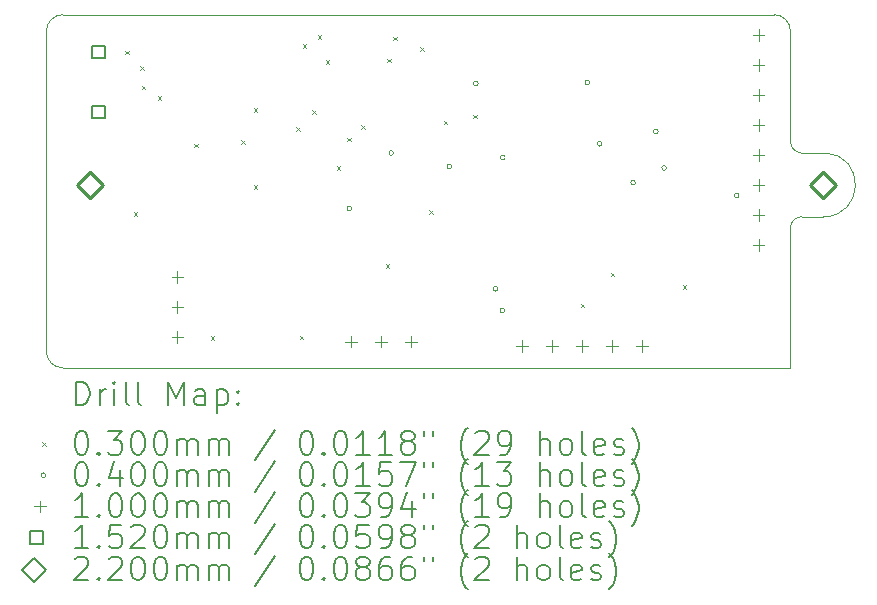
<source format=gbr>
%FSLAX45Y45*%
G04 Gerber Fmt 4.5, Leading zero omitted, Abs format (unit mm)*
G04 Created by KiCad (PCBNEW (6.0.1)) date 2023-03-06 20:27:35*
%MOMM*%
%LPD*%
G01*
G04 APERTURE LIST*
%TA.AperFunction,Profile*%
%ADD10C,0.100000*%
%TD*%
%ADD11C,0.200000*%
%ADD12C,0.030000*%
%ADD13C,0.040000*%
%ADD14C,0.100000*%
%ADD15C,0.152000*%
%ADD16C,0.220000*%
G04 APERTURE END LIST*
D10*
X4520000Y-8390000D02*
X10540332Y-8389668D01*
X4520000Y-8390000D02*
G75*
G03*
X4380000Y-8530000I332J-140332D01*
G01*
X10680332Y-8529668D02*
X10680000Y-9462218D01*
X10680000Y-9462218D02*
G75*
G03*
X10770000Y-9560000I98118J0D01*
G01*
X10680332Y-8529668D02*
G75*
G03*
X10540332Y-8389668I-140332J-332D01*
G01*
X10777782Y-10100000D02*
G75*
G03*
X10680000Y-10190000I0J-98118D01*
G01*
X4379668Y-11240332D02*
G75*
G03*
X4519668Y-11380332I140798J798D01*
G01*
X4380000Y-8530000D02*
X4379668Y-11240332D01*
X4519668Y-11380332D02*
X10680000Y-11380000D01*
X10770000Y-9560000D02*
X10970000Y-9560000D01*
X10680000Y-10190000D02*
X10680000Y-11380000D01*
X10960000Y-10100740D02*
G75*
G03*
X10970000Y-9560000I0J270462D01*
G01*
X10777782Y-10100000D02*
X10960000Y-10100740D01*
D11*
D12*
X5048000Y-8697000D02*
X5078000Y-8727000D01*
X5078000Y-8697000D02*
X5048000Y-8727000D01*
X5121000Y-10063000D02*
X5151000Y-10093000D01*
X5151000Y-10063000D02*
X5121000Y-10093000D01*
X5175000Y-8827000D02*
X5205000Y-8857000D01*
X5205000Y-8827000D02*
X5175000Y-8857000D01*
X5188000Y-8993000D02*
X5218000Y-9023000D01*
X5218000Y-8993000D02*
X5188000Y-9023000D01*
X5325000Y-9080000D02*
X5355000Y-9110000D01*
X5355000Y-9080000D02*
X5325000Y-9110000D01*
X5631000Y-9481000D02*
X5661000Y-9511000D01*
X5661000Y-9481000D02*
X5631000Y-9511000D01*
X5773000Y-11112000D02*
X5803000Y-11142000D01*
X5803000Y-11112000D02*
X5773000Y-11142000D01*
X6030000Y-9455000D02*
X6060000Y-9485000D01*
X6060000Y-9455000D02*
X6030000Y-9485000D01*
X6136000Y-9184000D02*
X6166000Y-9214000D01*
X6166000Y-9184000D02*
X6136000Y-9214000D01*
X6136000Y-9836000D02*
X6166000Y-9866000D01*
X6166000Y-9836000D02*
X6136000Y-9866000D01*
X6498000Y-9343000D02*
X6528000Y-9373000D01*
X6528000Y-9343000D02*
X6498000Y-9373000D01*
X6524000Y-11110000D02*
X6554000Y-11140000D01*
X6554000Y-11110000D02*
X6524000Y-11140000D01*
X6551000Y-8642000D02*
X6581000Y-8672000D01*
X6581000Y-8642000D02*
X6551000Y-8672000D01*
X6630000Y-9200000D02*
X6660000Y-9230000D01*
X6660000Y-9200000D02*
X6630000Y-9230000D01*
X6677000Y-8566000D02*
X6707000Y-8596000D01*
X6707000Y-8566000D02*
X6677000Y-8596000D01*
X6745000Y-8775000D02*
X6775000Y-8805000D01*
X6775000Y-8775000D02*
X6745000Y-8805000D01*
X6840000Y-9675000D02*
X6870000Y-9705000D01*
X6870000Y-9675000D02*
X6840000Y-9705000D01*
X6930000Y-9430000D02*
X6960000Y-9460000D01*
X6960000Y-9430000D02*
X6930000Y-9460000D01*
X7045000Y-9325000D02*
X7075000Y-9355000D01*
X7075000Y-9325000D02*
X7045000Y-9355000D01*
X7255000Y-10505000D02*
X7285000Y-10535000D01*
X7285000Y-10505000D02*
X7255000Y-10535000D01*
X7265000Y-8764000D02*
X7295000Y-8794000D01*
X7295000Y-8764000D02*
X7265000Y-8794000D01*
X7315000Y-8576000D02*
X7345000Y-8606000D01*
X7345000Y-8576000D02*
X7315000Y-8606000D01*
X7545000Y-8665000D02*
X7575000Y-8695000D01*
X7575000Y-8665000D02*
X7545000Y-8695000D01*
X7622000Y-10044000D02*
X7652000Y-10074000D01*
X7652000Y-10044000D02*
X7622000Y-10074000D01*
X7744000Y-9288000D02*
X7774000Y-9318000D01*
X7774000Y-9288000D02*
X7744000Y-9318000D01*
X7995000Y-9239000D02*
X8025000Y-9269000D01*
X8025000Y-9239000D02*
X7995000Y-9269000D01*
X8903000Y-10836000D02*
X8933000Y-10866000D01*
X8933000Y-10836000D02*
X8903000Y-10866000D01*
X9158000Y-10573000D02*
X9188000Y-10603000D01*
X9188000Y-10573000D02*
X9158000Y-10603000D01*
X9768000Y-10681000D02*
X9798000Y-10711000D01*
X9798000Y-10681000D02*
X9768000Y-10711000D01*
D13*
X6966000Y-10032000D02*
G75*
G03*
X6966000Y-10032000I-20000J0D01*
G01*
X7320000Y-9562000D02*
G75*
G03*
X7320000Y-9562000I-20000J0D01*
G01*
X7812000Y-9677000D02*
G75*
G03*
X7812000Y-9677000I-20000J0D01*
G01*
X8036000Y-8974000D02*
G75*
G03*
X8036000Y-8974000I-20000J0D01*
G01*
X8203000Y-10710000D02*
G75*
G03*
X8203000Y-10710000I-20000J0D01*
G01*
X8261000Y-10896000D02*
G75*
G03*
X8261000Y-10896000I-20000J0D01*
G01*
X8264000Y-9598000D02*
G75*
G03*
X8264000Y-9598000I-20000J0D01*
G01*
X8981000Y-8965000D02*
G75*
G03*
X8981000Y-8965000I-20000J0D01*
G01*
X9086000Y-9484000D02*
G75*
G03*
X9086000Y-9484000I-20000J0D01*
G01*
X9368000Y-9813000D02*
G75*
G03*
X9368000Y-9813000I-20000J0D01*
G01*
X9561000Y-9380000D02*
G75*
G03*
X9561000Y-9380000I-20000J0D01*
G01*
X9631000Y-9688000D02*
G75*
G03*
X9631000Y-9688000I-20000J0D01*
G01*
X10244000Y-9922000D02*
G75*
G03*
X10244000Y-9922000I-20000J0D01*
G01*
D14*
X5490000Y-10560000D02*
X5490000Y-10660000D01*
X5440000Y-10610000D02*
X5540000Y-10610000D01*
X5490000Y-10814000D02*
X5490000Y-10914000D01*
X5440000Y-10864000D02*
X5540000Y-10864000D01*
X5490000Y-11068000D02*
X5490000Y-11168000D01*
X5440000Y-11118000D02*
X5540000Y-11118000D01*
X6960000Y-11107500D02*
X6960000Y-11207500D01*
X6910000Y-11157500D02*
X7010000Y-11157500D01*
X7214000Y-11107500D02*
X7214000Y-11207500D01*
X7164000Y-11157500D02*
X7264000Y-11157500D01*
X7468000Y-11107500D02*
X7468000Y-11207500D01*
X7418000Y-11157500D02*
X7518000Y-11157500D01*
X8408000Y-11146000D02*
X8408000Y-11246000D01*
X8358000Y-11196000D02*
X8458000Y-11196000D01*
X8662000Y-11146000D02*
X8662000Y-11246000D01*
X8612000Y-11196000D02*
X8712000Y-11196000D01*
X8916000Y-11146000D02*
X8916000Y-11246000D01*
X8866000Y-11196000D02*
X8966000Y-11196000D01*
X9170000Y-11146000D02*
X9170000Y-11246000D01*
X9120000Y-11196000D02*
X9220000Y-11196000D01*
X9424000Y-11146000D02*
X9424000Y-11246000D01*
X9374000Y-11196000D02*
X9474000Y-11196000D01*
X10410000Y-8510000D02*
X10410000Y-8610000D01*
X10360000Y-8560000D02*
X10460000Y-8560000D01*
X10410000Y-8764000D02*
X10410000Y-8864000D01*
X10360000Y-8814000D02*
X10460000Y-8814000D01*
X10410000Y-9018000D02*
X10410000Y-9118000D01*
X10360000Y-9068000D02*
X10460000Y-9068000D01*
X10410000Y-9272000D02*
X10410000Y-9372000D01*
X10360000Y-9322000D02*
X10460000Y-9322000D01*
X10410000Y-9526000D02*
X10410000Y-9626000D01*
X10360000Y-9576000D02*
X10460000Y-9576000D01*
X10410000Y-9780000D02*
X10410000Y-9880000D01*
X10360000Y-9830000D02*
X10460000Y-9830000D01*
X10410000Y-10034000D02*
X10410000Y-10134000D01*
X10360000Y-10084000D02*
X10460000Y-10084000D01*
X10410000Y-10288000D02*
X10410000Y-10388000D01*
X10360000Y-10338000D02*
X10460000Y-10338000D01*
D15*
X4873741Y-8759741D02*
X4873741Y-8652259D01*
X4766259Y-8652259D01*
X4766259Y-8759741D01*
X4873741Y-8759741D01*
X4873741Y-9267741D02*
X4873741Y-9160259D01*
X4766259Y-9160259D01*
X4766259Y-9267741D01*
X4873741Y-9267741D01*
D16*
X4750000Y-9940000D02*
X4860000Y-9830000D01*
X4750000Y-9720000D01*
X4640000Y-9830000D01*
X4750000Y-9940000D01*
X10960000Y-9940000D02*
X11070000Y-9830000D01*
X10960000Y-9720000D01*
X10850000Y-9830000D01*
X10960000Y-9940000D01*
D11*
X4632287Y-11695808D02*
X4632287Y-11495808D01*
X4679906Y-11495808D01*
X4708478Y-11505332D01*
X4727525Y-11524380D01*
X4737049Y-11543427D01*
X4746573Y-11581522D01*
X4746573Y-11610094D01*
X4737049Y-11648189D01*
X4727525Y-11667237D01*
X4708478Y-11686284D01*
X4679906Y-11695808D01*
X4632287Y-11695808D01*
X4832287Y-11695808D02*
X4832287Y-11562475D01*
X4832287Y-11600570D02*
X4841811Y-11581522D01*
X4851335Y-11571999D01*
X4870382Y-11562475D01*
X4889430Y-11562475D01*
X4956097Y-11695808D02*
X4956097Y-11562475D01*
X4956097Y-11495808D02*
X4946573Y-11505332D01*
X4956097Y-11514856D01*
X4965620Y-11505332D01*
X4956097Y-11495808D01*
X4956097Y-11514856D01*
X5079906Y-11695808D02*
X5060858Y-11686284D01*
X5051335Y-11667237D01*
X5051335Y-11495808D01*
X5184668Y-11695808D02*
X5165620Y-11686284D01*
X5156097Y-11667237D01*
X5156097Y-11495808D01*
X5413239Y-11695808D02*
X5413239Y-11495808D01*
X5479906Y-11638665D01*
X5546573Y-11495808D01*
X5546573Y-11695808D01*
X5727525Y-11695808D02*
X5727525Y-11591046D01*
X5718001Y-11571999D01*
X5698954Y-11562475D01*
X5660858Y-11562475D01*
X5641811Y-11571999D01*
X5727525Y-11686284D02*
X5708477Y-11695808D01*
X5660858Y-11695808D01*
X5641811Y-11686284D01*
X5632287Y-11667237D01*
X5632287Y-11648189D01*
X5641811Y-11629141D01*
X5660858Y-11619618D01*
X5708477Y-11619618D01*
X5727525Y-11610094D01*
X5822763Y-11562475D02*
X5822763Y-11762475D01*
X5822763Y-11571999D02*
X5841811Y-11562475D01*
X5879906Y-11562475D01*
X5898954Y-11571999D01*
X5908477Y-11581522D01*
X5918001Y-11600570D01*
X5918001Y-11657713D01*
X5908477Y-11676760D01*
X5898954Y-11686284D01*
X5879906Y-11695808D01*
X5841811Y-11695808D01*
X5822763Y-11686284D01*
X6003716Y-11676760D02*
X6013239Y-11686284D01*
X6003716Y-11695808D01*
X5994192Y-11686284D01*
X6003716Y-11676760D01*
X6003716Y-11695808D01*
X6003716Y-11571999D02*
X6013239Y-11581522D01*
X6003716Y-11591046D01*
X5994192Y-11581522D01*
X6003716Y-11571999D01*
X6003716Y-11591046D01*
D12*
X4344668Y-12010332D02*
X4374668Y-12040332D01*
X4374668Y-12010332D02*
X4344668Y-12040332D01*
D11*
X4670382Y-11915808D02*
X4689430Y-11915808D01*
X4708478Y-11925332D01*
X4718001Y-11934856D01*
X4727525Y-11953903D01*
X4737049Y-11991999D01*
X4737049Y-12039618D01*
X4727525Y-12077713D01*
X4718001Y-12096760D01*
X4708478Y-12106284D01*
X4689430Y-12115808D01*
X4670382Y-12115808D01*
X4651335Y-12106284D01*
X4641811Y-12096760D01*
X4632287Y-12077713D01*
X4622763Y-12039618D01*
X4622763Y-11991999D01*
X4632287Y-11953903D01*
X4641811Y-11934856D01*
X4651335Y-11925332D01*
X4670382Y-11915808D01*
X4822763Y-12096760D02*
X4832287Y-12106284D01*
X4822763Y-12115808D01*
X4813239Y-12106284D01*
X4822763Y-12096760D01*
X4822763Y-12115808D01*
X4898954Y-11915808D02*
X5022763Y-11915808D01*
X4956097Y-11991999D01*
X4984668Y-11991999D01*
X5003716Y-12001522D01*
X5013239Y-12011046D01*
X5022763Y-12030094D01*
X5022763Y-12077713D01*
X5013239Y-12096760D01*
X5003716Y-12106284D01*
X4984668Y-12115808D01*
X4927525Y-12115808D01*
X4908478Y-12106284D01*
X4898954Y-12096760D01*
X5146573Y-11915808D02*
X5165620Y-11915808D01*
X5184668Y-11925332D01*
X5194192Y-11934856D01*
X5203716Y-11953903D01*
X5213239Y-11991999D01*
X5213239Y-12039618D01*
X5203716Y-12077713D01*
X5194192Y-12096760D01*
X5184668Y-12106284D01*
X5165620Y-12115808D01*
X5146573Y-12115808D01*
X5127525Y-12106284D01*
X5118001Y-12096760D01*
X5108478Y-12077713D01*
X5098954Y-12039618D01*
X5098954Y-11991999D01*
X5108478Y-11953903D01*
X5118001Y-11934856D01*
X5127525Y-11925332D01*
X5146573Y-11915808D01*
X5337049Y-11915808D02*
X5356097Y-11915808D01*
X5375144Y-11925332D01*
X5384668Y-11934856D01*
X5394192Y-11953903D01*
X5403716Y-11991999D01*
X5403716Y-12039618D01*
X5394192Y-12077713D01*
X5384668Y-12096760D01*
X5375144Y-12106284D01*
X5356097Y-12115808D01*
X5337049Y-12115808D01*
X5318001Y-12106284D01*
X5308478Y-12096760D01*
X5298954Y-12077713D01*
X5289430Y-12039618D01*
X5289430Y-11991999D01*
X5298954Y-11953903D01*
X5308478Y-11934856D01*
X5318001Y-11925332D01*
X5337049Y-11915808D01*
X5489430Y-12115808D02*
X5489430Y-11982475D01*
X5489430Y-12001522D02*
X5498954Y-11991999D01*
X5518001Y-11982475D01*
X5546573Y-11982475D01*
X5565620Y-11991999D01*
X5575144Y-12011046D01*
X5575144Y-12115808D01*
X5575144Y-12011046D02*
X5584668Y-11991999D01*
X5603716Y-11982475D01*
X5632287Y-11982475D01*
X5651335Y-11991999D01*
X5660858Y-12011046D01*
X5660858Y-12115808D01*
X5756096Y-12115808D02*
X5756096Y-11982475D01*
X5756096Y-12001522D02*
X5765620Y-11991999D01*
X5784668Y-11982475D01*
X5813239Y-11982475D01*
X5832287Y-11991999D01*
X5841811Y-12011046D01*
X5841811Y-12115808D01*
X5841811Y-12011046D02*
X5851335Y-11991999D01*
X5870382Y-11982475D01*
X5898954Y-11982475D01*
X5918001Y-11991999D01*
X5927525Y-12011046D01*
X5927525Y-12115808D01*
X6318001Y-11906284D02*
X6146573Y-12163427D01*
X6575144Y-11915808D02*
X6594192Y-11915808D01*
X6613239Y-11925332D01*
X6622763Y-11934856D01*
X6632287Y-11953903D01*
X6641811Y-11991999D01*
X6641811Y-12039618D01*
X6632287Y-12077713D01*
X6622763Y-12096760D01*
X6613239Y-12106284D01*
X6594192Y-12115808D01*
X6575144Y-12115808D01*
X6556096Y-12106284D01*
X6546573Y-12096760D01*
X6537049Y-12077713D01*
X6527525Y-12039618D01*
X6527525Y-11991999D01*
X6537049Y-11953903D01*
X6546573Y-11934856D01*
X6556096Y-11925332D01*
X6575144Y-11915808D01*
X6727525Y-12096760D02*
X6737049Y-12106284D01*
X6727525Y-12115808D01*
X6718001Y-12106284D01*
X6727525Y-12096760D01*
X6727525Y-12115808D01*
X6860858Y-11915808D02*
X6879906Y-11915808D01*
X6898954Y-11925332D01*
X6908477Y-11934856D01*
X6918001Y-11953903D01*
X6927525Y-11991999D01*
X6927525Y-12039618D01*
X6918001Y-12077713D01*
X6908477Y-12096760D01*
X6898954Y-12106284D01*
X6879906Y-12115808D01*
X6860858Y-12115808D01*
X6841811Y-12106284D01*
X6832287Y-12096760D01*
X6822763Y-12077713D01*
X6813239Y-12039618D01*
X6813239Y-11991999D01*
X6822763Y-11953903D01*
X6832287Y-11934856D01*
X6841811Y-11925332D01*
X6860858Y-11915808D01*
X7118001Y-12115808D02*
X7003716Y-12115808D01*
X7060858Y-12115808D02*
X7060858Y-11915808D01*
X7041811Y-11944380D01*
X7022763Y-11963427D01*
X7003716Y-11972951D01*
X7308477Y-12115808D02*
X7194192Y-12115808D01*
X7251335Y-12115808D02*
X7251335Y-11915808D01*
X7232287Y-11944380D01*
X7213239Y-11963427D01*
X7194192Y-11972951D01*
X7422763Y-12001522D02*
X7403716Y-11991999D01*
X7394192Y-11982475D01*
X7384668Y-11963427D01*
X7384668Y-11953903D01*
X7394192Y-11934856D01*
X7403716Y-11925332D01*
X7422763Y-11915808D01*
X7460858Y-11915808D01*
X7479906Y-11925332D01*
X7489430Y-11934856D01*
X7498954Y-11953903D01*
X7498954Y-11963427D01*
X7489430Y-11982475D01*
X7479906Y-11991999D01*
X7460858Y-12001522D01*
X7422763Y-12001522D01*
X7403716Y-12011046D01*
X7394192Y-12020570D01*
X7384668Y-12039618D01*
X7384668Y-12077713D01*
X7394192Y-12096760D01*
X7403716Y-12106284D01*
X7422763Y-12115808D01*
X7460858Y-12115808D01*
X7479906Y-12106284D01*
X7489430Y-12096760D01*
X7498954Y-12077713D01*
X7498954Y-12039618D01*
X7489430Y-12020570D01*
X7479906Y-12011046D01*
X7460858Y-12001522D01*
X7575144Y-11915808D02*
X7575144Y-11953903D01*
X7651335Y-11915808D02*
X7651335Y-11953903D01*
X7946573Y-12191999D02*
X7937049Y-12182475D01*
X7918001Y-12153903D01*
X7908477Y-12134856D01*
X7898954Y-12106284D01*
X7889430Y-12058665D01*
X7889430Y-12020570D01*
X7898954Y-11972951D01*
X7908477Y-11944380D01*
X7918001Y-11925332D01*
X7937049Y-11896760D01*
X7946573Y-11887237D01*
X8013239Y-11934856D02*
X8022763Y-11925332D01*
X8041811Y-11915808D01*
X8089430Y-11915808D01*
X8108477Y-11925332D01*
X8118001Y-11934856D01*
X8127525Y-11953903D01*
X8127525Y-11972951D01*
X8118001Y-12001522D01*
X8003716Y-12115808D01*
X8127525Y-12115808D01*
X8222763Y-12115808D02*
X8260858Y-12115808D01*
X8279906Y-12106284D01*
X8289430Y-12096760D01*
X8308477Y-12068189D01*
X8318001Y-12030094D01*
X8318001Y-11953903D01*
X8308477Y-11934856D01*
X8298954Y-11925332D01*
X8279906Y-11915808D01*
X8241811Y-11915808D01*
X8222763Y-11925332D01*
X8213239Y-11934856D01*
X8203716Y-11953903D01*
X8203716Y-12001522D01*
X8213239Y-12020570D01*
X8222763Y-12030094D01*
X8241811Y-12039618D01*
X8279906Y-12039618D01*
X8298954Y-12030094D01*
X8308477Y-12020570D01*
X8318001Y-12001522D01*
X8556097Y-12115808D02*
X8556097Y-11915808D01*
X8641811Y-12115808D02*
X8641811Y-12011046D01*
X8632287Y-11991999D01*
X8613239Y-11982475D01*
X8584668Y-11982475D01*
X8565620Y-11991999D01*
X8556097Y-12001522D01*
X8765620Y-12115808D02*
X8746573Y-12106284D01*
X8737049Y-12096760D01*
X8727525Y-12077713D01*
X8727525Y-12020570D01*
X8737049Y-12001522D01*
X8746573Y-11991999D01*
X8765620Y-11982475D01*
X8794192Y-11982475D01*
X8813239Y-11991999D01*
X8822763Y-12001522D01*
X8832287Y-12020570D01*
X8832287Y-12077713D01*
X8822763Y-12096760D01*
X8813239Y-12106284D01*
X8794192Y-12115808D01*
X8765620Y-12115808D01*
X8946573Y-12115808D02*
X8927525Y-12106284D01*
X8918001Y-12087237D01*
X8918001Y-11915808D01*
X9098954Y-12106284D02*
X9079906Y-12115808D01*
X9041811Y-12115808D01*
X9022763Y-12106284D01*
X9013239Y-12087237D01*
X9013239Y-12011046D01*
X9022763Y-11991999D01*
X9041811Y-11982475D01*
X9079906Y-11982475D01*
X9098954Y-11991999D01*
X9108478Y-12011046D01*
X9108478Y-12030094D01*
X9013239Y-12049141D01*
X9184668Y-12106284D02*
X9203716Y-12115808D01*
X9241811Y-12115808D01*
X9260858Y-12106284D01*
X9270382Y-12087237D01*
X9270382Y-12077713D01*
X9260858Y-12058665D01*
X9241811Y-12049141D01*
X9213239Y-12049141D01*
X9194192Y-12039618D01*
X9184668Y-12020570D01*
X9184668Y-12011046D01*
X9194192Y-11991999D01*
X9213239Y-11982475D01*
X9241811Y-11982475D01*
X9260858Y-11991999D01*
X9337049Y-12191999D02*
X9346573Y-12182475D01*
X9365620Y-12153903D01*
X9375144Y-12134856D01*
X9384668Y-12106284D01*
X9394192Y-12058665D01*
X9394192Y-12020570D01*
X9384668Y-11972951D01*
X9375144Y-11944380D01*
X9365620Y-11925332D01*
X9346573Y-11896760D01*
X9337049Y-11887237D01*
D13*
X4374668Y-12289332D02*
G75*
G03*
X4374668Y-12289332I-20000J0D01*
G01*
D11*
X4670382Y-12179808D02*
X4689430Y-12179808D01*
X4708478Y-12189332D01*
X4718001Y-12198856D01*
X4727525Y-12217903D01*
X4737049Y-12255999D01*
X4737049Y-12303618D01*
X4727525Y-12341713D01*
X4718001Y-12360760D01*
X4708478Y-12370284D01*
X4689430Y-12379808D01*
X4670382Y-12379808D01*
X4651335Y-12370284D01*
X4641811Y-12360760D01*
X4632287Y-12341713D01*
X4622763Y-12303618D01*
X4622763Y-12255999D01*
X4632287Y-12217903D01*
X4641811Y-12198856D01*
X4651335Y-12189332D01*
X4670382Y-12179808D01*
X4822763Y-12360760D02*
X4832287Y-12370284D01*
X4822763Y-12379808D01*
X4813239Y-12370284D01*
X4822763Y-12360760D01*
X4822763Y-12379808D01*
X5003716Y-12246475D02*
X5003716Y-12379808D01*
X4956097Y-12170284D02*
X4908478Y-12313141D01*
X5032287Y-12313141D01*
X5146573Y-12179808D02*
X5165620Y-12179808D01*
X5184668Y-12189332D01*
X5194192Y-12198856D01*
X5203716Y-12217903D01*
X5213239Y-12255999D01*
X5213239Y-12303618D01*
X5203716Y-12341713D01*
X5194192Y-12360760D01*
X5184668Y-12370284D01*
X5165620Y-12379808D01*
X5146573Y-12379808D01*
X5127525Y-12370284D01*
X5118001Y-12360760D01*
X5108478Y-12341713D01*
X5098954Y-12303618D01*
X5098954Y-12255999D01*
X5108478Y-12217903D01*
X5118001Y-12198856D01*
X5127525Y-12189332D01*
X5146573Y-12179808D01*
X5337049Y-12179808D02*
X5356097Y-12179808D01*
X5375144Y-12189332D01*
X5384668Y-12198856D01*
X5394192Y-12217903D01*
X5403716Y-12255999D01*
X5403716Y-12303618D01*
X5394192Y-12341713D01*
X5384668Y-12360760D01*
X5375144Y-12370284D01*
X5356097Y-12379808D01*
X5337049Y-12379808D01*
X5318001Y-12370284D01*
X5308478Y-12360760D01*
X5298954Y-12341713D01*
X5289430Y-12303618D01*
X5289430Y-12255999D01*
X5298954Y-12217903D01*
X5308478Y-12198856D01*
X5318001Y-12189332D01*
X5337049Y-12179808D01*
X5489430Y-12379808D02*
X5489430Y-12246475D01*
X5489430Y-12265522D02*
X5498954Y-12255999D01*
X5518001Y-12246475D01*
X5546573Y-12246475D01*
X5565620Y-12255999D01*
X5575144Y-12275046D01*
X5575144Y-12379808D01*
X5575144Y-12275046D02*
X5584668Y-12255999D01*
X5603716Y-12246475D01*
X5632287Y-12246475D01*
X5651335Y-12255999D01*
X5660858Y-12275046D01*
X5660858Y-12379808D01*
X5756096Y-12379808D02*
X5756096Y-12246475D01*
X5756096Y-12265522D02*
X5765620Y-12255999D01*
X5784668Y-12246475D01*
X5813239Y-12246475D01*
X5832287Y-12255999D01*
X5841811Y-12275046D01*
X5841811Y-12379808D01*
X5841811Y-12275046D02*
X5851335Y-12255999D01*
X5870382Y-12246475D01*
X5898954Y-12246475D01*
X5918001Y-12255999D01*
X5927525Y-12275046D01*
X5927525Y-12379808D01*
X6318001Y-12170284D02*
X6146573Y-12427427D01*
X6575144Y-12179808D02*
X6594192Y-12179808D01*
X6613239Y-12189332D01*
X6622763Y-12198856D01*
X6632287Y-12217903D01*
X6641811Y-12255999D01*
X6641811Y-12303618D01*
X6632287Y-12341713D01*
X6622763Y-12360760D01*
X6613239Y-12370284D01*
X6594192Y-12379808D01*
X6575144Y-12379808D01*
X6556096Y-12370284D01*
X6546573Y-12360760D01*
X6537049Y-12341713D01*
X6527525Y-12303618D01*
X6527525Y-12255999D01*
X6537049Y-12217903D01*
X6546573Y-12198856D01*
X6556096Y-12189332D01*
X6575144Y-12179808D01*
X6727525Y-12360760D02*
X6737049Y-12370284D01*
X6727525Y-12379808D01*
X6718001Y-12370284D01*
X6727525Y-12360760D01*
X6727525Y-12379808D01*
X6860858Y-12179808D02*
X6879906Y-12179808D01*
X6898954Y-12189332D01*
X6908477Y-12198856D01*
X6918001Y-12217903D01*
X6927525Y-12255999D01*
X6927525Y-12303618D01*
X6918001Y-12341713D01*
X6908477Y-12360760D01*
X6898954Y-12370284D01*
X6879906Y-12379808D01*
X6860858Y-12379808D01*
X6841811Y-12370284D01*
X6832287Y-12360760D01*
X6822763Y-12341713D01*
X6813239Y-12303618D01*
X6813239Y-12255999D01*
X6822763Y-12217903D01*
X6832287Y-12198856D01*
X6841811Y-12189332D01*
X6860858Y-12179808D01*
X7118001Y-12379808D02*
X7003716Y-12379808D01*
X7060858Y-12379808D02*
X7060858Y-12179808D01*
X7041811Y-12208380D01*
X7022763Y-12227427D01*
X7003716Y-12236951D01*
X7298954Y-12179808D02*
X7203716Y-12179808D01*
X7194192Y-12275046D01*
X7203716Y-12265522D01*
X7222763Y-12255999D01*
X7270382Y-12255999D01*
X7289430Y-12265522D01*
X7298954Y-12275046D01*
X7308477Y-12294094D01*
X7308477Y-12341713D01*
X7298954Y-12360760D01*
X7289430Y-12370284D01*
X7270382Y-12379808D01*
X7222763Y-12379808D01*
X7203716Y-12370284D01*
X7194192Y-12360760D01*
X7375144Y-12179808D02*
X7508477Y-12179808D01*
X7422763Y-12379808D01*
X7575144Y-12179808D02*
X7575144Y-12217903D01*
X7651335Y-12179808D02*
X7651335Y-12217903D01*
X7946573Y-12455999D02*
X7937049Y-12446475D01*
X7918001Y-12417903D01*
X7908477Y-12398856D01*
X7898954Y-12370284D01*
X7889430Y-12322665D01*
X7889430Y-12284570D01*
X7898954Y-12236951D01*
X7908477Y-12208380D01*
X7918001Y-12189332D01*
X7937049Y-12160760D01*
X7946573Y-12151237D01*
X8127525Y-12379808D02*
X8013239Y-12379808D01*
X8070382Y-12379808D02*
X8070382Y-12179808D01*
X8051335Y-12208380D01*
X8032287Y-12227427D01*
X8013239Y-12236951D01*
X8194192Y-12179808D02*
X8318001Y-12179808D01*
X8251335Y-12255999D01*
X8279906Y-12255999D01*
X8298954Y-12265522D01*
X8308477Y-12275046D01*
X8318001Y-12294094D01*
X8318001Y-12341713D01*
X8308477Y-12360760D01*
X8298954Y-12370284D01*
X8279906Y-12379808D01*
X8222763Y-12379808D01*
X8203716Y-12370284D01*
X8194192Y-12360760D01*
X8556097Y-12379808D02*
X8556097Y-12179808D01*
X8641811Y-12379808D02*
X8641811Y-12275046D01*
X8632287Y-12255999D01*
X8613239Y-12246475D01*
X8584668Y-12246475D01*
X8565620Y-12255999D01*
X8556097Y-12265522D01*
X8765620Y-12379808D02*
X8746573Y-12370284D01*
X8737049Y-12360760D01*
X8727525Y-12341713D01*
X8727525Y-12284570D01*
X8737049Y-12265522D01*
X8746573Y-12255999D01*
X8765620Y-12246475D01*
X8794192Y-12246475D01*
X8813239Y-12255999D01*
X8822763Y-12265522D01*
X8832287Y-12284570D01*
X8832287Y-12341713D01*
X8822763Y-12360760D01*
X8813239Y-12370284D01*
X8794192Y-12379808D01*
X8765620Y-12379808D01*
X8946573Y-12379808D02*
X8927525Y-12370284D01*
X8918001Y-12351237D01*
X8918001Y-12179808D01*
X9098954Y-12370284D02*
X9079906Y-12379808D01*
X9041811Y-12379808D01*
X9022763Y-12370284D01*
X9013239Y-12351237D01*
X9013239Y-12275046D01*
X9022763Y-12255999D01*
X9041811Y-12246475D01*
X9079906Y-12246475D01*
X9098954Y-12255999D01*
X9108478Y-12275046D01*
X9108478Y-12294094D01*
X9013239Y-12313141D01*
X9184668Y-12370284D02*
X9203716Y-12379808D01*
X9241811Y-12379808D01*
X9260858Y-12370284D01*
X9270382Y-12351237D01*
X9270382Y-12341713D01*
X9260858Y-12322665D01*
X9241811Y-12313141D01*
X9213239Y-12313141D01*
X9194192Y-12303618D01*
X9184668Y-12284570D01*
X9184668Y-12275046D01*
X9194192Y-12255999D01*
X9213239Y-12246475D01*
X9241811Y-12246475D01*
X9260858Y-12255999D01*
X9337049Y-12455999D02*
X9346573Y-12446475D01*
X9365620Y-12417903D01*
X9375144Y-12398856D01*
X9384668Y-12370284D01*
X9394192Y-12322665D01*
X9394192Y-12284570D01*
X9384668Y-12236951D01*
X9375144Y-12208380D01*
X9365620Y-12189332D01*
X9346573Y-12160760D01*
X9337049Y-12151237D01*
D14*
X4324668Y-12503332D02*
X4324668Y-12603332D01*
X4274668Y-12553332D02*
X4374668Y-12553332D01*
D11*
X4737049Y-12643808D02*
X4622763Y-12643808D01*
X4679906Y-12643808D02*
X4679906Y-12443808D01*
X4660858Y-12472380D01*
X4641811Y-12491427D01*
X4622763Y-12500951D01*
X4822763Y-12624760D02*
X4832287Y-12634284D01*
X4822763Y-12643808D01*
X4813239Y-12634284D01*
X4822763Y-12624760D01*
X4822763Y-12643808D01*
X4956097Y-12443808D02*
X4975144Y-12443808D01*
X4994192Y-12453332D01*
X5003716Y-12462856D01*
X5013239Y-12481903D01*
X5022763Y-12519999D01*
X5022763Y-12567618D01*
X5013239Y-12605713D01*
X5003716Y-12624760D01*
X4994192Y-12634284D01*
X4975144Y-12643808D01*
X4956097Y-12643808D01*
X4937049Y-12634284D01*
X4927525Y-12624760D01*
X4918001Y-12605713D01*
X4908478Y-12567618D01*
X4908478Y-12519999D01*
X4918001Y-12481903D01*
X4927525Y-12462856D01*
X4937049Y-12453332D01*
X4956097Y-12443808D01*
X5146573Y-12443808D02*
X5165620Y-12443808D01*
X5184668Y-12453332D01*
X5194192Y-12462856D01*
X5203716Y-12481903D01*
X5213239Y-12519999D01*
X5213239Y-12567618D01*
X5203716Y-12605713D01*
X5194192Y-12624760D01*
X5184668Y-12634284D01*
X5165620Y-12643808D01*
X5146573Y-12643808D01*
X5127525Y-12634284D01*
X5118001Y-12624760D01*
X5108478Y-12605713D01*
X5098954Y-12567618D01*
X5098954Y-12519999D01*
X5108478Y-12481903D01*
X5118001Y-12462856D01*
X5127525Y-12453332D01*
X5146573Y-12443808D01*
X5337049Y-12443808D02*
X5356097Y-12443808D01*
X5375144Y-12453332D01*
X5384668Y-12462856D01*
X5394192Y-12481903D01*
X5403716Y-12519999D01*
X5403716Y-12567618D01*
X5394192Y-12605713D01*
X5384668Y-12624760D01*
X5375144Y-12634284D01*
X5356097Y-12643808D01*
X5337049Y-12643808D01*
X5318001Y-12634284D01*
X5308478Y-12624760D01*
X5298954Y-12605713D01*
X5289430Y-12567618D01*
X5289430Y-12519999D01*
X5298954Y-12481903D01*
X5308478Y-12462856D01*
X5318001Y-12453332D01*
X5337049Y-12443808D01*
X5489430Y-12643808D02*
X5489430Y-12510475D01*
X5489430Y-12529522D02*
X5498954Y-12519999D01*
X5518001Y-12510475D01*
X5546573Y-12510475D01*
X5565620Y-12519999D01*
X5575144Y-12539046D01*
X5575144Y-12643808D01*
X5575144Y-12539046D02*
X5584668Y-12519999D01*
X5603716Y-12510475D01*
X5632287Y-12510475D01*
X5651335Y-12519999D01*
X5660858Y-12539046D01*
X5660858Y-12643808D01*
X5756096Y-12643808D02*
X5756096Y-12510475D01*
X5756096Y-12529522D02*
X5765620Y-12519999D01*
X5784668Y-12510475D01*
X5813239Y-12510475D01*
X5832287Y-12519999D01*
X5841811Y-12539046D01*
X5841811Y-12643808D01*
X5841811Y-12539046D02*
X5851335Y-12519999D01*
X5870382Y-12510475D01*
X5898954Y-12510475D01*
X5918001Y-12519999D01*
X5927525Y-12539046D01*
X5927525Y-12643808D01*
X6318001Y-12434284D02*
X6146573Y-12691427D01*
X6575144Y-12443808D02*
X6594192Y-12443808D01*
X6613239Y-12453332D01*
X6622763Y-12462856D01*
X6632287Y-12481903D01*
X6641811Y-12519999D01*
X6641811Y-12567618D01*
X6632287Y-12605713D01*
X6622763Y-12624760D01*
X6613239Y-12634284D01*
X6594192Y-12643808D01*
X6575144Y-12643808D01*
X6556096Y-12634284D01*
X6546573Y-12624760D01*
X6537049Y-12605713D01*
X6527525Y-12567618D01*
X6527525Y-12519999D01*
X6537049Y-12481903D01*
X6546573Y-12462856D01*
X6556096Y-12453332D01*
X6575144Y-12443808D01*
X6727525Y-12624760D02*
X6737049Y-12634284D01*
X6727525Y-12643808D01*
X6718001Y-12634284D01*
X6727525Y-12624760D01*
X6727525Y-12643808D01*
X6860858Y-12443808D02*
X6879906Y-12443808D01*
X6898954Y-12453332D01*
X6908477Y-12462856D01*
X6918001Y-12481903D01*
X6927525Y-12519999D01*
X6927525Y-12567618D01*
X6918001Y-12605713D01*
X6908477Y-12624760D01*
X6898954Y-12634284D01*
X6879906Y-12643808D01*
X6860858Y-12643808D01*
X6841811Y-12634284D01*
X6832287Y-12624760D01*
X6822763Y-12605713D01*
X6813239Y-12567618D01*
X6813239Y-12519999D01*
X6822763Y-12481903D01*
X6832287Y-12462856D01*
X6841811Y-12453332D01*
X6860858Y-12443808D01*
X6994192Y-12443808D02*
X7118001Y-12443808D01*
X7051335Y-12519999D01*
X7079906Y-12519999D01*
X7098954Y-12529522D01*
X7108477Y-12539046D01*
X7118001Y-12558094D01*
X7118001Y-12605713D01*
X7108477Y-12624760D01*
X7098954Y-12634284D01*
X7079906Y-12643808D01*
X7022763Y-12643808D01*
X7003716Y-12634284D01*
X6994192Y-12624760D01*
X7213239Y-12643808D02*
X7251335Y-12643808D01*
X7270382Y-12634284D01*
X7279906Y-12624760D01*
X7298954Y-12596189D01*
X7308477Y-12558094D01*
X7308477Y-12481903D01*
X7298954Y-12462856D01*
X7289430Y-12453332D01*
X7270382Y-12443808D01*
X7232287Y-12443808D01*
X7213239Y-12453332D01*
X7203716Y-12462856D01*
X7194192Y-12481903D01*
X7194192Y-12529522D01*
X7203716Y-12548570D01*
X7213239Y-12558094D01*
X7232287Y-12567618D01*
X7270382Y-12567618D01*
X7289430Y-12558094D01*
X7298954Y-12548570D01*
X7308477Y-12529522D01*
X7479906Y-12510475D02*
X7479906Y-12643808D01*
X7432287Y-12434284D02*
X7384668Y-12577141D01*
X7508477Y-12577141D01*
X7575144Y-12443808D02*
X7575144Y-12481903D01*
X7651335Y-12443808D02*
X7651335Y-12481903D01*
X7946573Y-12719999D02*
X7937049Y-12710475D01*
X7918001Y-12681903D01*
X7908477Y-12662856D01*
X7898954Y-12634284D01*
X7889430Y-12586665D01*
X7889430Y-12548570D01*
X7898954Y-12500951D01*
X7908477Y-12472380D01*
X7918001Y-12453332D01*
X7937049Y-12424760D01*
X7946573Y-12415237D01*
X8127525Y-12643808D02*
X8013239Y-12643808D01*
X8070382Y-12643808D02*
X8070382Y-12443808D01*
X8051335Y-12472380D01*
X8032287Y-12491427D01*
X8013239Y-12500951D01*
X8222763Y-12643808D02*
X8260858Y-12643808D01*
X8279906Y-12634284D01*
X8289430Y-12624760D01*
X8308477Y-12596189D01*
X8318001Y-12558094D01*
X8318001Y-12481903D01*
X8308477Y-12462856D01*
X8298954Y-12453332D01*
X8279906Y-12443808D01*
X8241811Y-12443808D01*
X8222763Y-12453332D01*
X8213239Y-12462856D01*
X8203716Y-12481903D01*
X8203716Y-12529522D01*
X8213239Y-12548570D01*
X8222763Y-12558094D01*
X8241811Y-12567618D01*
X8279906Y-12567618D01*
X8298954Y-12558094D01*
X8308477Y-12548570D01*
X8318001Y-12529522D01*
X8556097Y-12643808D02*
X8556097Y-12443808D01*
X8641811Y-12643808D02*
X8641811Y-12539046D01*
X8632287Y-12519999D01*
X8613239Y-12510475D01*
X8584668Y-12510475D01*
X8565620Y-12519999D01*
X8556097Y-12529522D01*
X8765620Y-12643808D02*
X8746573Y-12634284D01*
X8737049Y-12624760D01*
X8727525Y-12605713D01*
X8727525Y-12548570D01*
X8737049Y-12529522D01*
X8746573Y-12519999D01*
X8765620Y-12510475D01*
X8794192Y-12510475D01*
X8813239Y-12519999D01*
X8822763Y-12529522D01*
X8832287Y-12548570D01*
X8832287Y-12605713D01*
X8822763Y-12624760D01*
X8813239Y-12634284D01*
X8794192Y-12643808D01*
X8765620Y-12643808D01*
X8946573Y-12643808D02*
X8927525Y-12634284D01*
X8918001Y-12615237D01*
X8918001Y-12443808D01*
X9098954Y-12634284D02*
X9079906Y-12643808D01*
X9041811Y-12643808D01*
X9022763Y-12634284D01*
X9013239Y-12615237D01*
X9013239Y-12539046D01*
X9022763Y-12519999D01*
X9041811Y-12510475D01*
X9079906Y-12510475D01*
X9098954Y-12519999D01*
X9108478Y-12539046D01*
X9108478Y-12558094D01*
X9013239Y-12577141D01*
X9184668Y-12634284D02*
X9203716Y-12643808D01*
X9241811Y-12643808D01*
X9260858Y-12634284D01*
X9270382Y-12615237D01*
X9270382Y-12605713D01*
X9260858Y-12586665D01*
X9241811Y-12577141D01*
X9213239Y-12577141D01*
X9194192Y-12567618D01*
X9184668Y-12548570D01*
X9184668Y-12539046D01*
X9194192Y-12519999D01*
X9213239Y-12510475D01*
X9241811Y-12510475D01*
X9260858Y-12519999D01*
X9337049Y-12719999D02*
X9346573Y-12710475D01*
X9365620Y-12681903D01*
X9375144Y-12662856D01*
X9384668Y-12634284D01*
X9394192Y-12586665D01*
X9394192Y-12548570D01*
X9384668Y-12500951D01*
X9375144Y-12472380D01*
X9365620Y-12453332D01*
X9346573Y-12424760D01*
X9337049Y-12415237D01*
D15*
X4352409Y-12871073D02*
X4352409Y-12763591D01*
X4244927Y-12763591D01*
X4244927Y-12871073D01*
X4352409Y-12871073D01*
D11*
X4737049Y-12907808D02*
X4622763Y-12907808D01*
X4679906Y-12907808D02*
X4679906Y-12707808D01*
X4660858Y-12736380D01*
X4641811Y-12755427D01*
X4622763Y-12764951D01*
X4822763Y-12888760D02*
X4832287Y-12898284D01*
X4822763Y-12907808D01*
X4813239Y-12898284D01*
X4822763Y-12888760D01*
X4822763Y-12907808D01*
X5013239Y-12707808D02*
X4918001Y-12707808D01*
X4908478Y-12803046D01*
X4918001Y-12793522D01*
X4937049Y-12783999D01*
X4984668Y-12783999D01*
X5003716Y-12793522D01*
X5013239Y-12803046D01*
X5022763Y-12822094D01*
X5022763Y-12869713D01*
X5013239Y-12888760D01*
X5003716Y-12898284D01*
X4984668Y-12907808D01*
X4937049Y-12907808D01*
X4918001Y-12898284D01*
X4908478Y-12888760D01*
X5098954Y-12726856D02*
X5108478Y-12717332D01*
X5127525Y-12707808D01*
X5175144Y-12707808D01*
X5194192Y-12717332D01*
X5203716Y-12726856D01*
X5213239Y-12745903D01*
X5213239Y-12764951D01*
X5203716Y-12793522D01*
X5089430Y-12907808D01*
X5213239Y-12907808D01*
X5337049Y-12707808D02*
X5356097Y-12707808D01*
X5375144Y-12717332D01*
X5384668Y-12726856D01*
X5394192Y-12745903D01*
X5403716Y-12783999D01*
X5403716Y-12831618D01*
X5394192Y-12869713D01*
X5384668Y-12888760D01*
X5375144Y-12898284D01*
X5356097Y-12907808D01*
X5337049Y-12907808D01*
X5318001Y-12898284D01*
X5308478Y-12888760D01*
X5298954Y-12869713D01*
X5289430Y-12831618D01*
X5289430Y-12783999D01*
X5298954Y-12745903D01*
X5308478Y-12726856D01*
X5318001Y-12717332D01*
X5337049Y-12707808D01*
X5489430Y-12907808D02*
X5489430Y-12774475D01*
X5489430Y-12793522D02*
X5498954Y-12783999D01*
X5518001Y-12774475D01*
X5546573Y-12774475D01*
X5565620Y-12783999D01*
X5575144Y-12803046D01*
X5575144Y-12907808D01*
X5575144Y-12803046D02*
X5584668Y-12783999D01*
X5603716Y-12774475D01*
X5632287Y-12774475D01*
X5651335Y-12783999D01*
X5660858Y-12803046D01*
X5660858Y-12907808D01*
X5756096Y-12907808D02*
X5756096Y-12774475D01*
X5756096Y-12793522D02*
X5765620Y-12783999D01*
X5784668Y-12774475D01*
X5813239Y-12774475D01*
X5832287Y-12783999D01*
X5841811Y-12803046D01*
X5841811Y-12907808D01*
X5841811Y-12803046D02*
X5851335Y-12783999D01*
X5870382Y-12774475D01*
X5898954Y-12774475D01*
X5918001Y-12783999D01*
X5927525Y-12803046D01*
X5927525Y-12907808D01*
X6318001Y-12698284D02*
X6146573Y-12955427D01*
X6575144Y-12707808D02*
X6594192Y-12707808D01*
X6613239Y-12717332D01*
X6622763Y-12726856D01*
X6632287Y-12745903D01*
X6641811Y-12783999D01*
X6641811Y-12831618D01*
X6632287Y-12869713D01*
X6622763Y-12888760D01*
X6613239Y-12898284D01*
X6594192Y-12907808D01*
X6575144Y-12907808D01*
X6556096Y-12898284D01*
X6546573Y-12888760D01*
X6537049Y-12869713D01*
X6527525Y-12831618D01*
X6527525Y-12783999D01*
X6537049Y-12745903D01*
X6546573Y-12726856D01*
X6556096Y-12717332D01*
X6575144Y-12707808D01*
X6727525Y-12888760D02*
X6737049Y-12898284D01*
X6727525Y-12907808D01*
X6718001Y-12898284D01*
X6727525Y-12888760D01*
X6727525Y-12907808D01*
X6860858Y-12707808D02*
X6879906Y-12707808D01*
X6898954Y-12717332D01*
X6908477Y-12726856D01*
X6918001Y-12745903D01*
X6927525Y-12783999D01*
X6927525Y-12831618D01*
X6918001Y-12869713D01*
X6908477Y-12888760D01*
X6898954Y-12898284D01*
X6879906Y-12907808D01*
X6860858Y-12907808D01*
X6841811Y-12898284D01*
X6832287Y-12888760D01*
X6822763Y-12869713D01*
X6813239Y-12831618D01*
X6813239Y-12783999D01*
X6822763Y-12745903D01*
X6832287Y-12726856D01*
X6841811Y-12717332D01*
X6860858Y-12707808D01*
X7108477Y-12707808D02*
X7013239Y-12707808D01*
X7003716Y-12803046D01*
X7013239Y-12793522D01*
X7032287Y-12783999D01*
X7079906Y-12783999D01*
X7098954Y-12793522D01*
X7108477Y-12803046D01*
X7118001Y-12822094D01*
X7118001Y-12869713D01*
X7108477Y-12888760D01*
X7098954Y-12898284D01*
X7079906Y-12907808D01*
X7032287Y-12907808D01*
X7013239Y-12898284D01*
X7003716Y-12888760D01*
X7213239Y-12907808D02*
X7251335Y-12907808D01*
X7270382Y-12898284D01*
X7279906Y-12888760D01*
X7298954Y-12860189D01*
X7308477Y-12822094D01*
X7308477Y-12745903D01*
X7298954Y-12726856D01*
X7289430Y-12717332D01*
X7270382Y-12707808D01*
X7232287Y-12707808D01*
X7213239Y-12717332D01*
X7203716Y-12726856D01*
X7194192Y-12745903D01*
X7194192Y-12793522D01*
X7203716Y-12812570D01*
X7213239Y-12822094D01*
X7232287Y-12831618D01*
X7270382Y-12831618D01*
X7289430Y-12822094D01*
X7298954Y-12812570D01*
X7308477Y-12793522D01*
X7422763Y-12793522D02*
X7403716Y-12783999D01*
X7394192Y-12774475D01*
X7384668Y-12755427D01*
X7384668Y-12745903D01*
X7394192Y-12726856D01*
X7403716Y-12717332D01*
X7422763Y-12707808D01*
X7460858Y-12707808D01*
X7479906Y-12717332D01*
X7489430Y-12726856D01*
X7498954Y-12745903D01*
X7498954Y-12755427D01*
X7489430Y-12774475D01*
X7479906Y-12783999D01*
X7460858Y-12793522D01*
X7422763Y-12793522D01*
X7403716Y-12803046D01*
X7394192Y-12812570D01*
X7384668Y-12831618D01*
X7384668Y-12869713D01*
X7394192Y-12888760D01*
X7403716Y-12898284D01*
X7422763Y-12907808D01*
X7460858Y-12907808D01*
X7479906Y-12898284D01*
X7489430Y-12888760D01*
X7498954Y-12869713D01*
X7498954Y-12831618D01*
X7489430Y-12812570D01*
X7479906Y-12803046D01*
X7460858Y-12793522D01*
X7575144Y-12707808D02*
X7575144Y-12745903D01*
X7651335Y-12707808D02*
X7651335Y-12745903D01*
X7946573Y-12983999D02*
X7937049Y-12974475D01*
X7918001Y-12945903D01*
X7908477Y-12926856D01*
X7898954Y-12898284D01*
X7889430Y-12850665D01*
X7889430Y-12812570D01*
X7898954Y-12764951D01*
X7908477Y-12736380D01*
X7918001Y-12717332D01*
X7937049Y-12688760D01*
X7946573Y-12679237D01*
X8013239Y-12726856D02*
X8022763Y-12717332D01*
X8041811Y-12707808D01*
X8089430Y-12707808D01*
X8108477Y-12717332D01*
X8118001Y-12726856D01*
X8127525Y-12745903D01*
X8127525Y-12764951D01*
X8118001Y-12793522D01*
X8003716Y-12907808D01*
X8127525Y-12907808D01*
X8365620Y-12907808D02*
X8365620Y-12707808D01*
X8451335Y-12907808D02*
X8451335Y-12803046D01*
X8441811Y-12783999D01*
X8422763Y-12774475D01*
X8394192Y-12774475D01*
X8375144Y-12783999D01*
X8365620Y-12793522D01*
X8575144Y-12907808D02*
X8556097Y-12898284D01*
X8546573Y-12888760D01*
X8537049Y-12869713D01*
X8537049Y-12812570D01*
X8546573Y-12793522D01*
X8556097Y-12783999D01*
X8575144Y-12774475D01*
X8603716Y-12774475D01*
X8622763Y-12783999D01*
X8632287Y-12793522D01*
X8641811Y-12812570D01*
X8641811Y-12869713D01*
X8632287Y-12888760D01*
X8622763Y-12898284D01*
X8603716Y-12907808D01*
X8575144Y-12907808D01*
X8756097Y-12907808D02*
X8737049Y-12898284D01*
X8727525Y-12879237D01*
X8727525Y-12707808D01*
X8908478Y-12898284D02*
X8889430Y-12907808D01*
X8851335Y-12907808D01*
X8832287Y-12898284D01*
X8822763Y-12879237D01*
X8822763Y-12803046D01*
X8832287Y-12783999D01*
X8851335Y-12774475D01*
X8889430Y-12774475D01*
X8908478Y-12783999D01*
X8918001Y-12803046D01*
X8918001Y-12822094D01*
X8822763Y-12841141D01*
X8994192Y-12898284D02*
X9013239Y-12907808D01*
X9051335Y-12907808D01*
X9070382Y-12898284D01*
X9079906Y-12879237D01*
X9079906Y-12869713D01*
X9070382Y-12850665D01*
X9051335Y-12841141D01*
X9022763Y-12841141D01*
X9003716Y-12831618D01*
X8994192Y-12812570D01*
X8994192Y-12803046D01*
X9003716Y-12783999D01*
X9022763Y-12774475D01*
X9051335Y-12774475D01*
X9070382Y-12783999D01*
X9146573Y-12983999D02*
X9156097Y-12974475D01*
X9175144Y-12945903D01*
X9184668Y-12926856D01*
X9194192Y-12898284D01*
X9203716Y-12850665D01*
X9203716Y-12812570D01*
X9194192Y-12764951D01*
X9184668Y-12736380D01*
X9175144Y-12717332D01*
X9156097Y-12688760D01*
X9146573Y-12679237D01*
X4274668Y-13189332D02*
X4374668Y-13089332D01*
X4274668Y-12989332D01*
X4174668Y-13089332D01*
X4274668Y-13189332D01*
X4622763Y-12998856D02*
X4632287Y-12989332D01*
X4651335Y-12979808D01*
X4698954Y-12979808D01*
X4718001Y-12989332D01*
X4727525Y-12998856D01*
X4737049Y-13017903D01*
X4737049Y-13036951D01*
X4727525Y-13065522D01*
X4613239Y-13179808D01*
X4737049Y-13179808D01*
X4822763Y-13160760D02*
X4832287Y-13170284D01*
X4822763Y-13179808D01*
X4813239Y-13170284D01*
X4822763Y-13160760D01*
X4822763Y-13179808D01*
X4908478Y-12998856D02*
X4918001Y-12989332D01*
X4937049Y-12979808D01*
X4984668Y-12979808D01*
X5003716Y-12989332D01*
X5013239Y-12998856D01*
X5022763Y-13017903D01*
X5022763Y-13036951D01*
X5013239Y-13065522D01*
X4898954Y-13179808D01*
X5022763Y-13179808D01*
X5146573Y-12979808D02*
X5165620Y-12979808D01*
X5184668Y-12989332D01*
X5194192Y-12998856D01*
X5203716Y-13017903D01*
X5213239Y-13055999D01*
X5213239Y-13103618D01*
X5203716Y-13141713D01*
X5194192Y-13160760D01*
X5184668Y-13170284D01*
X5165620Y-13179808D01*
X5146573Y-13179808D01*
X5127525Y-13170284D01*
X5118001Y-13160760D01*
X5108478Y-13141713D01*
X5098954Y-13103618D01*
X5098954Y-13055999D01*
X5108478Y-13017903D01*
X5118001Y-12998856D01*
X5127525Y-12989332D01*
X5146573Y-12979808D01*
X5337049Y-12979808D02*
X5356097Y-12979808D01*
X5375144Y-12989332D01*
X5384668Y-12998856D01*
X5394192Y-13017903D01*
X5403716Y-13055999D01*
X5403716Y-13103618D01*
X5394192Y-13141713D01*
X5384668Y-13160760D01*
X5375144Y-13170284D01*
X5356097Y-13179808D01*
X5337049Y-13179808D01*
X5318001Y-13170284D01*
X5308478Y-13160760D01*
X5298954Y-13141713D01*
X5289430Y-13103618D01*
X5289430Y-13055999D01*
X5298954Y-13017903D01*
X5308478Y-12998856D01*
X5318001Y-12989332D01*
X5337049Y-12979808D01*
X5489430Y-13179808D02*
X5489430Y-13046475D01*
X5489430Y-13065522D02*
X5498954Y-13055999D01*
X5518001Y-13046475D01*
X5546573Y-13046475D01*
X5565620Y-13055999D01*
X5575144Y-13075046D01*
X5575144Y-13179808D01*
X5575144Y-13075046D02*
X5584668Y-13055999D01*
X5603716Y-13046475D01*
X5632287Y-13046475D01*
X5651335Y-13055999D01*
X5660858Y-13075046D01*
X5660858Y-13179808D01*
X5756096Y-13179808D02*
X5756096Y-13046475D01*
X5756096Y-13065522D02*
X5765620Y-13055999D01*
X5784668Y-13046475D01*
X5813239Y-13046475D01*
X5832287Y-13055999D01*
X5841811Y-13075046D01*
X5841811Y-13179808D01*
X5841811Y-13075046D02*
X5851335Y-13055999D01*
X5870382Y-13046475D01*
X5898954Y-13046475D01*
X5918001Y-13055999D01*
X5927525Y-13075046D01*
X5927525Y-13179808D01*
X6318001Y-12970284D02*
X6146573Y-13227427D01*
X6575144Y-12979808D02*
X6594192Y-12979808D01*
X6613239Y-12989332D01*
X6622763Y-12998856D01*
X6632287Y-13017903D01*
X6641811Y-13055999D01*
X6641811Y-13103618D01*
X6632287Y-13141713D01*
X6622763Y-13160760D01*
X6613239Y-13170284D01*
X6594192Y-13179808D01*
X6575144Y-13179808D01*
X6556096Y-13170284D01*
X6546573Y-13160760D01*
X6537049Y-13141713D01*
X6527525Y-13103618D01*
X6527525Y-13055999D01*
X6537049Y-13017903D01*
X6546573Y-12998856D01*
X6556096Y-12989332D01*
X6575144Y-12979808D01*
X6727525Y-13160760D02*
X6737049Y-13170284D01*
X6727525Y-13179808D01*
X6718001Y-13170284D01*
X6727525Y-13160760D01*
X6727525Y-13179808D01*
X6860858Y-12979808D02*
X6879906Y-12979808D01*
X6898954Y-12989332D01*
X6908477Y-12998856D01*
X6918001Y-13017903D01*
X6927525Y-13055999D01*
X6927525Y-13103618D01*
X6918001Y-13141713D01*
X6908477Y-13160760D01*
X6898954Y-13170284D01*
X6879906Y-13179808D01*
X6860858Y-13179808D01*
X6841811Y-13170284D01*
X6832287Y-13160760D01*
X6822763Y-13141713D01*
X6813239Y-13103618D01*
X6813239Y-13055999D01*
X6822763Y-13017903D01*
X6832287Y-12998856D01*
X6841811Y-12989332D01*
X6860858Y-12979808D01*
X7041811Y-13065522D02*
X7022763Y-13055999D01*
X7013239Y-13046475D01*
X7003716Y-13027427D01*
X7003716Y-13017903D01*
X7013239Y-12998856D01*
X7022763Y-12989332D01*
X7041811Y-12979808D01*
X7079906Y-12979808D01*
X7098954Y-12989332D01*
X7108477Y-12998856D01*
X7118001Y-13017903D01*
X7118001Y-13027427D01*
X7108477Y-13046475D01*
X7098954Y-13055999D01*
X7079906Y-13065522D01*
X7041811Y-13065522D01*
X7022763Y-13075046D01*
X7013239Y-13084570D01*
X7003716Y-13103618D01*
X7003716Y-13141713D01*
X7013239Y-13160760D01*
X7022763Y-13170284D01*
X7041811Y-13179808D01*
X7079906Y-13179808D01*
X7098954Y-13170284D01*
X7108477Y-13160760D01*
X7118001Y-13141713D01*
X7118001Y-13103618D01*
X7108477Y-13084570D01*
X7098954Y-13075046D01*
X7079906Y-13065522D01*
X7289430Y-12979808D02*
X7251335Y-12979808D01*
X7232287Y-12989332D01*
X7222763Y-12998856D01*
X7203716Y-13027427D01*
X7194192Y-13065522D01*
X7194192Y-13141713D01*
X7203716Y-13160760D01*
X7213239Y-13170284D01*
X7232287Y-13179808D01*
X7270382Y-13179808D01*
X7289430Y-13170284D01*
X7298954Y-13160760D01*
X7308477Y-13141713D01*
X7308477Y-13094094D01*
X7298954Y-13075046D01*
X7289430Y-13065522D01*
X7270382Y-13055999D01*
X7232287Y-13055999D01*
X7213239Y-13065522D01*
X7203716Y-13075046D01*
X7194192Y-13094094D01*
X7479906Y-12979808D02*
X7441811Y-12979808D01*
X7422763Y-12989332D01*
X7413239Y-12998856D01*
X7394192Y-13027427D01*
X7384668Y-13065522D01*
X7384668Y-13141713D01*
X7394192Y-13160760D01*
X7403716Y-13170284D01*
X7422763Y-13179808D01*
X7460858Y-13179808D01*
X7479906Y-13170284D01*
X7489430Y-13160760D01*
X7498954Y-13141713D01*
X7498954Y-13094094D01*
X7489430Y-13075046D01*
X7479906Y-13065522D01*
X7460858Y-13055999D01*
X7422763Y-13055999D01*
X7403716Y-13065522D01*
X7394192Y-13075046D01*
X7384668Y-13094094D01*
X7575144Y-12979808D02*
X7575144Y-13017903D01*
X7651335Y-12979808D02*
X7651335Y-13017903D01*
X7946573Y-13255999D02*
X7937049Y-13246475D01*
X7918001Y-13217903D01*
X7908477Y-13198856D01*
X7898954Y-13170284D01*
X7889430Y-13122665D01*
X7889430Y-13084570D01*
X7898954Y-13036951D01*
X7908477Y-13008380D01*
X7918001Y-12989332D01*
X7937049Y-12960760D01*
X7946573Y-12951237D01*
X8013239Y-12998856D02*
X8022763Y-12989332D01*
X8041811Y-12979808D01*
X8089430Y-12979808D01*
X8108477Y-12989332D01*
X8118001Y-12998856D01*
X8127525Y-13017903D01*
X8127525Y-13036951D01*
X8118001Y-13065522D01*
X8003716Y-13179808D01*
X8127525Y-13179808D01*
X8365620Y-13179808D02*
X8365620Y-12979808D01*
X8451335Y-13179808D02*
X8451335Y-13075046D01*
X8441811Y-13055999D01*
X8422763Y-13046475D01*
X8394192Y-13046475D01*
X8375144Y-13055999D01*
X8365620Y-13065522D01*
X8575144Y-13179808D02*
X8556097Y-13170284D01*
X8546573Y-13160760D01*
X8537049Y-13141713D01*
X8537049Y-13084570D01*
X8546573Y-13065522D01*
X8556097Y-13055999D01*
X8575144Y-13046475D01*
X8603716Y-13046475D01*
X8622763Y-13055999D01*
X8632287Y-13065522D01*
X8641811Y-13084570D01*
X8641811Y-13141713D01*
X8632287Y-13160760D01*
X8622763Y-13170284D01*
X8603716Y-13179808D01*
X8575144Y-13179808D01*
X8756097Y-13179808D02*
X8737049Y-13170284D01*
X8727525Y-13151237D01*
X8727525Y-12979808D01*
X8908478Y-13170284D02*
X8889430Y-13179808D01*
X8851335Y-13179808D01*
X8832287Y-13170284D01*
X8822763Y-13151237D01*
X8822763Y-13075046D01*
X8832287Y-13055999D01*
X8851335Y-13046475D01*
X8889430Y-13046475D01*
X8908478Y-13055999D01*
X8918001Y-13075046D01*
X8918001Y-13094094D01*
X8822763Y-13113141D01*
X8994192Y-13170284D02*
X9013239Y-13179808D01*
X9051335Y-13179808D01*
X9070382Y-13170284D01*
X9079906Y-13151237D01*
X9079906Y-13141713D01*
X9070382Y-13122665D01*
X9051335Y-13113141D01*
X9022763Y-13113141D01*
X9003716Y-13103618D01*
X8994192Y-13084570D01*
X8994192Y-13075046D01*
X9003716Y-13055999D01*
X9022763Y-13046475D01*
X9051335Y-13046475D01*
X9070382Y-13055999D01*
X9146573Y-13255999D02*
X9156097Y-13246475D01*
X9175144Y-13217903D01*
X9184668Y-13198856D01*
X9194192Y-13170284D01*
X9203716Y-13122665D01*
X9203716Y-13084570D01*
X9194192Y-13036951D01*
X9184668Y-13008380D01*
X9175144Y-12989332D01*
X9156097Y-12960760D01*
X9146573Y-12951237D01*
M02*

</source>
